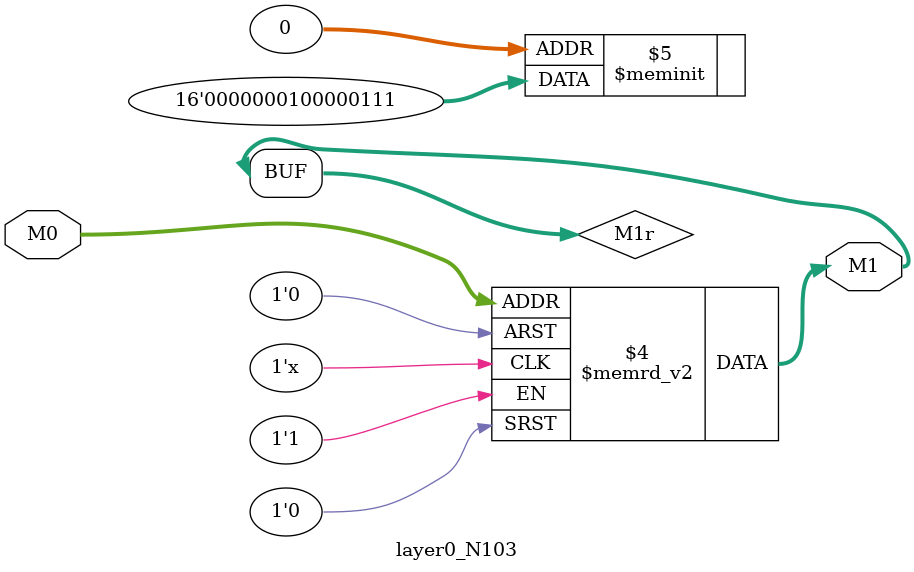
<source format=v>
module layer0_N103 ( input [2:0] M0, output [1:0] M1 );

	(*rom_style = "distributed" *) reg [1:0] M1r;
	assign M1 = M1r;
	always @ (M0) begin
		case (M0)
			3'b000: M1r = 2'b11;
			3'b100: M1r = 2'b01;
			3'b010: M1r = 2'b00;
			3'b110: M1r = 2'b00;
			3'b001: M1r = 2'b01;
			3'b101: M1r = 2'b00;
			3'b011: M1r = 2'b00;
			3'b111: M1r = 2'b00;

		endcase
	end
endmodule

</source>
